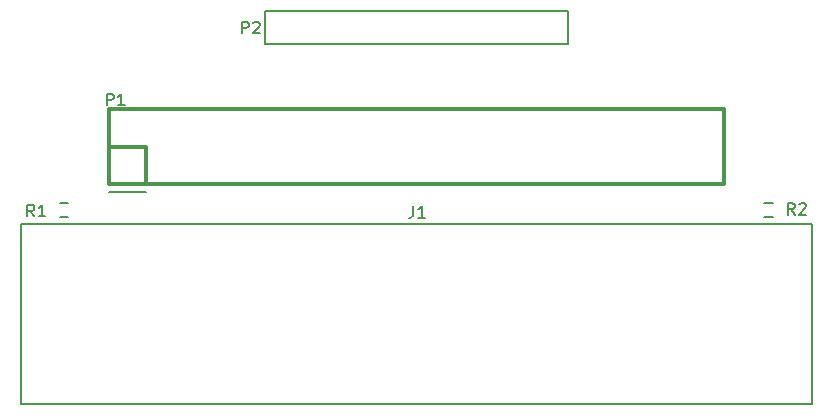
<source format=gbr>
G04 #@! TF.FileFunction,Legend,Top*
%FSLAX46Y46*%
G04 Gerber Fmt 4.6, Leading zero omitted, Abs format (unit mm)*
G04 Created by KiCad (PCBNEW 4.0.4-stable) date 2016 October 17, Monday 14:50:17*
%MOMM*%
%LPD*%
G01*
G04 APERTURE LIST*
%ADD10C,0.100000*%
%ADD11C,0.350000*%
%ADD12C,0.150000*%
G04 APERTURE END LIST*
D10*
D11*
X115514120Y-85110320D02*
X167584120Y-85110320D01*
X167584120Y-85110320D02*
X167584120Y-91460320D01*
X167584120Y-91460320D02*
X115514120Y-91460320D01*
X115514120Y-91460320D02*
X115514120Y-85110320D01*
X115514120Y-88285320D02*
X118689120Y-88285320D01*
X118689120Y-88285320D02*
X118689120Y-91460320D01*
D12*
X115514120Y-92095320D02*
X118689120Y-92095320D01*
X154391360Y-76779120D02*
X128737360Y-76779120D01*
X128737360Y-76779120D02*
X128737360Y-79573120D01*
X154391360Y-79573120D02*
X128737360Y-79573120D01*
X154391360Y-76779120D02*
X154391360Y-79573120D01*
X111391520Y-93019320D02*
X112091520Y-93019320D01*
X112091520Y-94219320D02*
X111391520Y-94219320D01*
X171706020Y-94219320D02*
X171006020Y-94219320D01*
X171006020Y-93019320D02*
X171706020Y-93019320D01*
X175051720Y-110078520D02*
X108046520Y-110078520D01*
X175051720Y-94787720D02*
X175051720Y-110078520D01*
X108046520Y-94787720D02*
X175051720Y-94787720D01*
X108046520Y-110078520D02*
X108046520Y-94787720D01*
X115346843Y-84776129D02*
X115346843Y-83785529D01*
X115724215Y-83785529D01*
X115818557Y-83832700D01*
X115865729Y-83879871D01*
X115912900Y-83974214D01*
X115912900Y-84115729D01*
X115865729Y-84210071D01*
X115818557Y-84257243D01*
X115724215Y-84304414D01*
X115346843Y-84304414D01*
X116856329Y-84776129D02*
X116290272Y-84776129D01*
X116573300Y-84776129D02*
X116573300Y-83785529D01*
X116478957Y-83927043D01*
X116384615Y-84021386D01*
X116290272Y-84068557D01*
X126769905Y-78684381D02*
X126769905Y-77684381D01*
X127150858Y-77684381D01*
X127246096Y-77732000D01*
X127293715Y-77779619D01*
X127341334Y-77874857D01*
X127341334Y-78017714D01*
X127293715Y-78112952D01*
X127246096Y-78160571D01*
X127150858Y-78208190D01*
X126769905Y-78208190D01*
X127722286Y-77779619D02*
X127769905Y-77732000D01*
X127865143Y-77684381D01*
X128103239Y-77684381D01*
X128198477Y-77732000D01*
X128246096Y-77779619D01*
X128293715Y-77874857D01*
X128293715Y-77970095D01*
X128246096Y-78112952D01*
X127674667Y-78684381D01*
X128293715Y-78684381D01*
X109180334Y-94178381D02*
X108847000Y-93702190D01*
X108608905Y-94178381D02*
X108608905Y-93178381D01*
X108989858Y-93178381D01*
X109085096Y-93226000D01*
X109132715Y-93273619D01*
X109180334Y-93368857D01*
X109180334Y-93511714D01*
X109132715Y-93606952D01*
X109085096Y-93654571D01*
X108989858Y-93702190D01*
X108608905Y-93702190D01*
X110132715Y-94178381D02*
X109561286Y-94178381D01*
X109847000Y-94178381D02*
X109847000Y-93178381D01*
X109751762Y-93321238D01*
X109656524Y-93416476D01*
X109561286Y-93464095D01*
X173569334Y-94051381D02*
X173236000Y-93575190D01*
X172997905Y-94051381D02*
X172997905Y-93051381D01*
X173378858Y-93051381D01*
X173474096Y-93099000D01*
X173521715Y-93146619D01*
X173569334Y-93241857D01*
X173569334Y-93384714D01*
X173521715Y-93479952D01*
X173474096Y-93527571D01*
X173378858Y-93575190D01*
X172997905Y-93575190D01*
X173950286Y-93146619D02*
X173997905Y-93099000D01*
X174093143Y-93051381D01*
X174331239Y-93051381D01*
X174426477Y-93099000D01*
X174474096Y-93146619D01*
X174521715Y-93241857D01*
X174521715Y-93337095D01*
X174474096Y-93479952D01*
X173902667Y-94051381D01*
X174521715Y-94051381D01*
X141271667Y-93305381D02*
X141271667Y-94019667D01*
X141224047Y-94162524D01*
X141128809Y-94257762D01*
X140985952Y-94305381D01*
X140890714Y-94305381D01*
X142271667Y-94305381D02*
X141700238Y-94305381D01*
X141985952Y-94305381D02*
X141985952Y-93305381D01*
X141890714Y-93448238D01*
X141795476Y-93543476D01*
X141700238Y-93591095D01*
M02*

</source>
